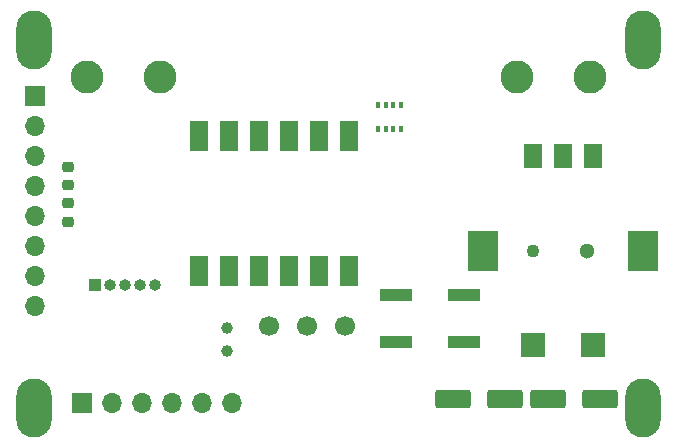
<source format=gbr>
%TF.GenerationSoftware,KiCad,Pcbnew,6.0.2-1.fc35*%
%TF.CreationDate,2022-04-20T21:26:54+02:00*%
%TF.ProjectId,LEDnode,4c45446e-6f64-4652-9e6b-696361645f70,rev?*%
%TF.SameCoordinates,Original*%
%TF.FileFunction,Soldermask,Top*%
%TF.FilePolarity,Negative*%
%FSLAX46Y46*%
G04 Gerber Fmt 4.6, Leading zero omitted, Abs format (unit mm)*
G04 Created by KiCad (PCBNEW 6.0.2-1.fc35) date 2022-04-20 21:26:54*
%MOMM*%
%LPD*%
G01*
G04 APERTURE LIST*
G04 Aperture macros list*
%AMRoundRect*
0 Rectangle with rounded corners*
0 $1 Rounding radius*
0 $2 $3 $4 $5 $6 $7 $8 $9 X,Y pos of 4 corners*
0 Add a 4 corners polygon primitive as box body*
4,1,4,$2,$3,$4,$5,$6,$7,$8,$9,$2,$3,0*
0 Add four circle primitives for the rounded corners*
1,1,$1+$1,$2,$3*
1,1,$1+$1,$4,$5*
1,1,$1+$1,$6,$7*
1,1,$1+$1,$8,$9*
0 Add four rect primitives between the rounded corners*
20,1,$1+$1,$2,$3,$4,$5,0*
20,1,$1+$1,$4,$5,$6,$7,0*
20,1,$1+$1,$6,$7,$8,$9,0*
20,1,$1+$1,$8,$9,$2,$3,0*%
G04 Aperture macros list end*
%ADD10RoundRect,0.250000X1.250000X0.550000X-1.250000X0.550000X-1.250000X-0.550000X1.250000X-0.550000X0*%
%ADD11C,2.800000*%
%ADD12C,1.100000*%
%ADD13R,2.500000X3.500000*%
%ADD14C,1.300000*%
%ADD15R,1.500000X2.000000*%
%ADD16R,2.000000X2.000000*%
%ADD17RoundRect,1.500000X0.000000X-1.000000X0.000000X-1.000000X0.000000X1.000000X0.000000X1.000000X0*%
%ADD18R,1.700000X1.700000*%
%ADD19O,1.700000X1.700000*%
%ADD20C,1.700000*%
%ADD21R,2.750000X1.000000*%
%ADD22R,1.500000X2.500000*%
%ADD23C,1.000000*%
%ADD24R,1.000000X1.000000*%
%ADD25O,1.000000X1.000000*%
%ADD26RoundRect,0.218750X0.256250X-0.218750X0.256250X0.218750X-0.256250X0.218750X-0.256250X-0.218750X0*%
%ADD27R,0.350000X0.500000*%
G04 APERTURE END LIST*
D10*
%TO.C,C5*%
X126100000Y-101570000D03*
X121700000Y-101570000D03*
%TD*%
%TO.C,C2*%
X118080000Y-101570000D03*
X113680000Y-101570000D03*
%TD*%
D11*
%TO.C,J1*%
X82700000Y-74250000D03*
X88900000Y-74250000D03*
X119100000Y-74250000D03*
X125300000Y-74250000D03*
%TD*%
D12*
%TO.C,SW1*%
X120500000Y-89000000D03*
D13*
X116250000Y-89000000D03*
D14*
X125000000Y-89000000D03*
D13*
X129750000Y-89000000D03*
D15*
X125500000Y-81000000D03*
X120500000Y-81000000D03*
X123000000Y-81000000D03*
D16*
X125500000Y-97000000D03*
X120500000Y-97000000D03*
%TD*%
D17*
%TO.C,H4*%
X78200000Y-71200000D03*
%TD*%
D18*
%TO.C,J3*%
X82300000Y-101900000D03*
D19*
X84840000Y-101900000D03*
X87380000Y-101900000D03*
X89920000Y-101900000D03*
X92460000Y-101900000D03*
X95000000Y-101900000D03*
%TD*%
D17*
%TO.C,H3*%
X129800000Y-102300000D03*
%TD*%
D20*
%TO.C,SW2*%
X104541964Y-95361429D03*
X101341964Y-95361429D03*
X98141964Y-95361429D03*
%TD*%
D21*
%TO.C,SW3*%
X108875000Y-96750000D03*
X114625000Y-96750000D03*
X114625000Y-92750000D03*
X108875000Y-92750000D03*
%TD*%
D17*
%TO.C,H1*%
X129800000Y-71200000D03*
%TD*%
D18*
%TO.C,J4*%
X78300000Y-75900000D03*
D19*
X78300000Y-78440000D03*
X78300000Y-80980000D03*
X78300000Y-83520000D03*
X78300000Y-86060000D03*
X78300000Y-88600000D03*
X78300000Y-91140000D03*
X78300000Y-93680000D03*
%TD*%
D22*
%TO.C,U2*%
X92150000Y-90715000D03*
X94690000Y-90715000D03*
X97230000Y-90715000D03*
X99770000Y-90715000D03*
X102310000Y-90715000D03*
X104850000Y-90715000D03*
X104850000Y-79285000D03*
X102310000Y-79285000D03*
X99770000Y-79285000D03*
X97230000Y-79285000D03*
X94690000Y-79285000D03*
X92150000Y-79285000D03*
%TD*%
D23*
%TO.C,Y1*%
X94550000Y-95550000D03*
X94550000Y-97450000D03*
%TD*%
D24*
%TO.C,J2*%
X83350000Y-91900000D03*
D25*
X84620000Y-91900000D03*
X85890000Y-91900000D03*
X87160000Y-91900000D03*
X88430000Y-91900000D03*
%TD*%
D26*
%TO.C,D3*%
X81100000Y-83475000D03*
X81100000Y-81900000D03*
%TD*%
D27*
%TO.C,U5*%
X107337011Y-76650000D03*
X107987011Y-76650000D03*
X108637011Y-76650000D03*
X109287011Y-76650000D03*
X109287011Y-78700000D03*
X108637011Y-78700000D03*
X107987011Y-78700000D03*
X107337011Y-78700000D03*
%TD*%
D17*
%TO.C,H2*%
X78200000Y-102300000D03*
%TD*%
D26*
%TO.C,D2*%
X81100000Y-86575000D03*
X81100000Y-85000000D03*
%TD*%
M02*

</source>
